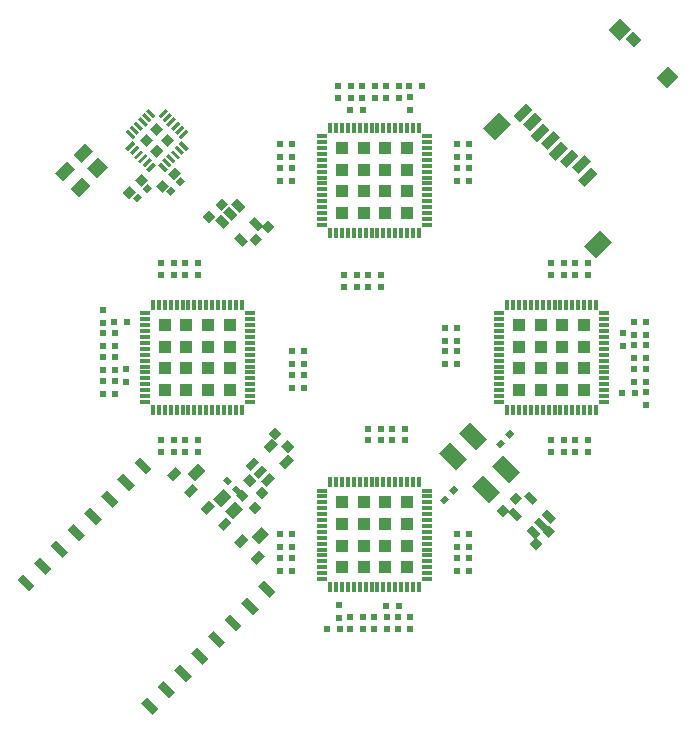
<source format=gbr>
G04 #@! TF.FileFunction,Paste,Top*
%FSLAX46Y46*%
G04 Gerber Fmt 4.6, Leading zero omitted, Abs format (unit mm)*
G04 Created by KiCad (PCBNEW 4.0.6-e0-6349~53~ubuntu14.04.1) date Fri Mar 31 13:46:59 2017*
%MOMM*%
%LPD*%
G01*
G04 APERTURE LIST*
%ADD10C,0.100000*%
%ADD11R,0.850000X0.300000*%
%ADD12R,0.300000X0.850000*%
%ADD13R,1.102500X1.102500*%
%ADD14R,0.500000X0.600000*%
%ADD15R,0.600000X0.500000*%
G04 APERTURE END LIST*
D10*
G36*
X-9250986Y-16817029D02*
X-9958093Y-17524136D01*
X-10453068Y-17029161D01*
X-9745961Y-16322054D01*
X-9250986Y-16817029D01*
X-9250986Y-16817029D01*
G37*
G36*
X-10665200Y-15402816D02*
X-11372307Y-16109923D01*
X-11867282Y-15614948D01*
X-11160175Y-14907841D01*
X-10665200Y-15402816D01*
X-10665200Y-15402816D01*
G37*
G36*
X-12079414Y-13988602D02*
X-12786521Y-14695709D01*
X-13281496Y-14200734D01*
X-12574389Y-13493627D01*
X-12079414Y-13988602D01*
X-12079414Y-13988602D01*
G37*
G36*
X-13493627Y-12574389D02*
X-14200734Y-13281496D01*
X-14695709Y-12786521D01*
X-13988602Y-12079414D01*
X-13493627Y-12574389D01*
X-13493627Y-12574389D01*
G37*
G36*
X-14907841Y-11160175D02*
X-15614948Y-11867282D01*
X-16109923Y-11372307D01*
X-15402816Y-10665200D01*
X-14907841Y-11160175D01*
X-14907841Y-11160175D01*
G37*
G36*
X-16322054Y-9745961D02*
X-17029161Y-10453068D01*
X-17524136Y-9958093D01*
X-16817029Y-9250986D01*
X-16322054Y-9745961D01*
X-16322054Y-9745961D01*
G37*
G36*
X-18867639Y-9392408D02*
X-19362614Y-9887383D01*
X-20352563Y-8897434D01*
X-19857588Y-8402459D01*
X-18867639Y-9392408D01*
X-18867639Y-9392408D01*
G37*
G36*
X-20281853Y-10806621D02*
X-20776828Y-11301596D01*
X-21766777Y-10311647D01*
X-21271802Y-9816672D01*
X-20281853Y-10806621D01*
X-20281853Y-10806621D01*
G37*
G36*
X-21696066Y-12220835D02*
X-22191041Y-12715810D01*
X-23180990Y-11725861D01*
X-22686015Y-11230886D01*
X-21696066Y-12220835D01*
X-21696066Y-12220835D01*
G37*
G36*
X-23110280Y-13635048D02*
X-23605255Y-14130023D01*
X-24595204Y-13140074D01*
X-24100229Y-12645099D01*
X-23110280Y-13635048D01*
X-23110280Y-13635048D01*
G37*
G36*
X-24524493Y-15049262D02*
X-25019468Y-15544237D01*
X-26009417Y-14554288D01*
X-25514442Y-14059313D01*
X-24524493Y-15049262D01*
X-24524493Y-15049262D01*
G37*
G36*
X-25938707Y-16463475D02*
X-26433682Y-16958450D01*
X-27423631Y-15968501D01*
X-26928656Y-15473526D01*
X-25938707Y-16463475D01*
X-25938707Y-16463475D01*
G37*
G36*
X-27352920Y-17877689D02*
X-27847895Y-18372664D01*
X-28837844Y-17382715D01*
X-28342869Y-16887740D01*
X-27352920Y-17877689D01*
X-27352920Y-17877689D01*
G37*
G36*
X-28767134Y-19291903D02*
X-29262109Y-19786878D01*
X-30252058Y-18796929D01*
X-29757083Y-18301954D01*
X-28767134Y-19291903D01*
X-28767134Y-19291903D01*
G37*
G36*
X-8402459Y-19857588D02*
X-8897434Y-20352563D01*
X-9887383Y-19362614D01*
X-9392408Y-18867639D01*
X-8402459Y-19857588D01*
X-8402459Y-19857588D01*
G37*
G36*
X-9816672Y-21271802D02*
X-10311647Y-21766777D01*
X-11301596Y-20776828D01*
X-10806621Y-20281853D01*
X-9816672Y-21271802D01*
X-9816672Y-21271802D01*
G37*
G36*
X-11230886Y-22686015D02*
X-11725861Y-23180990D01*
X-12715810Y-22191041D01*
X-12220835Y-21696066D01*
X-11230886Y-22686015D01*
X-11230886Y-22686015D01*
G37*
G36*
X-12645099Y-24100229D02*
X-13140074Y-24595204D01*
X-14130023Y-23605255D01*
X-13635048Y-23110280D01*
X-12645099Y-24100229D01*
X-12645099Y-24100229D01*
G37*
G36*
X-14059313Y-25514442D02*
X-14554288Y-26009417D01*
X-15544237Y-25019468D01*
X-15049262Y-24524493D01*
X-14059313Y-25514442D01*
X-14059313Y-25514442D01*
G37*
G36*
X-15473526Y-26928656D02*
X-15968501Y-27423631D01*
X-16958450Y-26433682D01*
X-16463475Y-25938707D01*
X-15473526Y-26928656D01*
X-15473526Y-26928656D01*
G37*
G36*
X-16887740Y-28342869D02*
X-17382715Y-28837844D01*
X-18372664Y-27847895D01*
X-17877689Y-27352920D01*
X-16887740Y-28342869D01*
X-16887740Y-28342869D01*
G37*
G36*
X-18301954Y-29757083D02*
X-18796929Y-30252058D01*
X-19786878Y-29262109D01*
X-19291903Y-28767134D01*
X-18301954Y-29757083D01*
X-18301954Y-29757083D01*
G37*
G36*
X-12140642Y13024526D02*
X-11681023Y13484145D01*
X-10931490Y12734612D01*
X-11391109Y12274993D01*
X-12140642Y13024526D01*
X-12140642Y13024526D01*
G37*
G36*
X-12812393Y12352774D02*
X-12352774Y12812393D01*
X-11603241Y12062860D01*
X-12062860Y11603241D01*
X-12812393Y12352774D01*
X-12812393Y12352774D01*
G37*
G36*
X-13484145Y11681023D02*
X-13024526Y12140642D01*
X-12274993Y11391109D01*
X-12734612Y10931490D01*
X-13484145Y11681023D01*
X-13484145Y11681023D01*
G37*
G36*
X-11928510Y10125388D02*
X-11468891Y10585007D01*
X-10719358Y9835474D01*
X-11178977Y9375855D01*
X-11928510Y10125388D01*
X-11928510Y10125388D01*
G37*
G36*
X-10585007Y11468891D02*
X-10125388Y11928510D01*
X-9375855Y11178977D01*
X-9835474Y10719358D01*
X-10585007Y11468891D01*
X-10585007Y11468891D01*
G37*
G36*
X-10484526Y-9600642D02*
X-10944145Y-9141023D01*
X-10194612Y-8391490D01*
X-9734993Y-8851109D01*
X-10484526Y-9600642D01*
X-10484526Y-9600642D01*
G37*
G36*
X-9812774Y-10272393D02*
X-10272393Y-9812774D01*
X-9522860Y-9063241D01*
X-9063241Y-9522860D01*
X-9812774Y-10272393D01*
X-9812774Y-10272393D01*
G37*
G36*
X-9141023Y-10944145D02*
X-9600642Y-10484526D01*
X-8851109Y-9734993D01*
X-8391490Y-10194612D01*
X-9141023Y-10944145D01*
X-9141023Y-10944145D01*
G37*
G36*
X-7585388Y-9388510D02*
X-8045007Y-8928891D01*
X-7295474Y-8179358D01*
X-6835855Y-8638977D01*
X-7585388Y-9388510D01*
X-7585388Y-9388510D01*
G37*
G36*
X-8928891Y-8045007D02*
X-9388510Y-7585388D01*
X-8638977Y-6835855D01*
X-8179358Y-7295474D01*
X-8928891Y-8045007D01*
X-8928891Y-8045007D01*
G37*
G36*
X14045642Y-14929526D02*
X13586023Y-15389145D01*
X12836490Y-14639612D01*
X13296109Y-14179993D01*
X14045642Y-14929526D01*
X14045642Y-14929526D01*
G37*
G36*
X14717393Y-14257774D02*
X14257774Y-14717393D01*
X13508241Y-13967860D01*
X13967860Y-13508241D01*
X14717393Y-14257774D01*
X14717393Y-14257774D01*
G37*
G36*
X15389145Y-13586023D02*
X14929526Y-14045642D01*
X14179993Y-13296109D01*
X14639612Y-12836490D01*
X15389145Y-13586023D01*
X15389145Y-13586023D01*
G37*
G36*
X13833510Y-12030388D02*
X13373891Y-12490007D01*
X12624358Y-11740474D01*
X13083977Y-11280855D01*
X13833510Y-12030388D01*
X13833510Y-12030388D01*
G37*
G36*
X12490007Y-13373891D02*
X12030388Y-13833510D01*
X11280855Y-13083977D01*
X11740474Y-12624358D01*
X12490007Y-13373891D01*
X12490007Y-13373891D01*
G37*
G36*
X17775812Y9431951D02*
X19119315Y10775454D01*
X20109264Y9785505D01*
X18765761Y8442002D01*
X17775812Y9431951D01*
X17775812Y9431951D01*
G37*
G36*
X9184464Y19437512D02*
X10527967Y20781015D01*
X11517916Y19791066D01*
X10174413Y18447563D01*
X9184464Y19437512D01*
X9184464Y19437512D01*
G37*
G36*
X23856930Y23715509D02*
X24846879Y24705458D01*
X25766118Y23786219D01*
X24776169Y22796270D01*
X23856930Y23715509D01*
X23856930Y23715509D01*
G37*
G36*
X19826422Y27746018D02*
X20816371Y28735967D01*
X21735610Y27816728D01*
X20745661Y26826779D01*
X19826422Y27746018D01*
X19826422Y27746018D01*
G37*
G36*
X17231339Y15053451D02*
X18291999Y16114111D01*
X18857685Y15548425D01*
X17797025Y14487765D01*
X17231339Y15053451D01*
X17231339Y15053451D01*
G37*
G36*
X16736365Y16114111D02*
X17797025Y17174771D01*
X18362711Y16609085D01*
X17302051Y15548425D01*
X16736365Y16114111D01*
X16736365Y16114111D01*
G37*
G36*
X15675704Y16609086D02*
X16736364Y17669746D01*
X17302050Y17104060D01*
X16241390Y16043400D01*
X15675704Y16609086D01*
X15675704Y16609086D01*
G37*
G36*
X14756466Y17245482D02*
X15817126Y18306142D01*
X16382812Y17740456D01*
X15322152Y16679796D01*
X14756466Y17245482D01*
X14756466Y17245482D01*
G37*
G36*
X14120069Y18164721D02*
X15180729Y19225381D01*
X15746415Y18659695D01*
X14685755Y17599035D01*
X14120069Y18164721D01*
X14120069Y18164721D01*
G37*
G36*
X13200831Y18801117D02*
X14261491Y19861777D01*
X14827177Y19296091D01*
X13766517Y18235431D01*
X13200831Y18801117D01*
X13200831Y18801117D01*
G37*
G36*
X12564435Y19720356D02*
X13625095Y20781016D01*
X14190781Y20215330D01*
X13130121Y19154670D01*
X12564435Y19720356D01*
X12564435Y19720356D01*
G37*
G36*
X11786617Y20498173D02*
X12847277Y21558833D01*
X13412963Y20993147D01*
X12352303Y19932487D01*
X11786617Y20498173D01*
X11786617Y20498173D01*
G37*
G36*
X21230028Y26971736D02*
X21901779Y27643487D01*
X22608886Y26936380D01*
X21937135Y26264629D01*
X21230028Y26971736D01*
X21230028Y26971736D01*
G37*
D11*
X4450000Y-18750000D03*
X4450000Y-18250000D03*
X4450000Y-17750000D03*
X4450000Y-17250000D03*
X4450000Y-16750000D03*
X4450000Y-16250000D03*
X4450000Y-15750000D03*
X4450000Y-15250000D03*
X4450000Y-14750000D03*
X4450000Y-14250000D03*
X4450000Y-13750000D03*
X4450000Y-13250000D03*
X4450000Y-12750000D03*
X4450000Y-12250000D03*
X4450000Y-11750000D03*
X4450000Y-11250000D03*
D12*
X3750000Y-10550000D03*
X3250000Y-10550000D03*
X2750000Y-10550000D03*
X2250000Y-10550000D03*
X1750000Y-10550000D03*
X1250000Y-10550000D03*
X750000Y-10550000D03*
X250000Y-10550000D03*
X-250000Y-10550000D03*
X-750000Y-10550000D03*
X-1250000Y-10550000D03*
X-1750000Y-10550000D03*
X-2250000Y-10550000D03*
X-2750000Y-10550000D03*
X-3250000Y-10550000D03*
X-3750000Y-10550000D03*
D11*
X-4450000Y-11250000D03*
X-4450000Y-11750000D03*
X-4450000Y-12250000D03*
X-4450000Y-12750000D03*
X-4450000Y-13250000D03*
X-4450000Y-13750000D03*
X-4450000Y-14250000D03*
X-4450000Y-14750000D03*
X-4450000Y-15250000D03*
X-4450000Y-15750000D03*
X-4450000Y-16250000D03*
X-4450000Y-16750000D03*
X-4450000Y-17250000D03*
X-4450000Y-17750000D03*
X-4450000Y-18250000D03*
X-4450000Y-18750000D03*
D12*
X-3750000Y-19450000D03*
X-3250000Y-19450000D03*
X-2750000Y-19450000D03*
X-2250000Y-19450000D03*
X-1750000Y-19450000D03*
X-1250000Y-19450000D03*
X-750000Y-19450000D03*
X-250000Y-19450000D03*
X250000Y-19450000D03*
X750000Y-19450000D03*
X1250000Y-19450000D03*
X1750000Y-19450000D03*
X2250000Y-19450000D03*
X2750000Y-19450000D03*
X3250000Y-19450000D03*
X3750000Y-19450000D03*
D13*
X-2756250Y-12243750D03*
X-2756250Y-14081250D03*
X-2756250Y-15918750D03*
X-2756250Y-17756250D03*
X-918750Y-12243750D03*
X-918750Y-14081250D03*
X-918750Y-15918750D03*
X-918750Y-17756250D03*
X918750Y-12243750D03*
X918750Y-14081250D03*
X918750Y-15918750D03*
X918750Y-17756250D03*
X2756250Y-12243750D03*
X2756250Y-14081250D03*
X2756250Y-15918750D03*
X2756250Y-17756250D03*
D12*
X-18750000Y-4450000D03*
X-18250000Y-4450000D03*
X-17750000Y-4450000D03*
X-17250000Y-4450000D03*
X-16750000Y-4450000D03*
X-16250000Y-4450000D03*
X-15750000Y-4450000D03*
X-15250000Y-4450000D03*
X-14750000Y-4450000D03*
X-14250000Y-4450000D03*
X-13750000Y-4450000D03*
X-13250000Y-4450000D03*
X-12750000Y-4450000D03*
X-12250000Y-4450000D03*
X-11750000Y-4450000D03*
X-11250000Y-4450000D03*
D11*
X-10550000Y-3750000D03*
X-10550000Y-3250000D03*
X-10550000Y-2750000D03*
X-10550000Y-2250000D03*
X-10550000Y-1750000D03*
X-10550000Y-1250000D03*
X-10550000Y-750000D03*
X-10550000Y-250000D03*
X-10550000Y250000D03*
X-10550000Y750000D03*
X-10550000Y1250000D03*
X-10550000Y1750000D03*
X-10550000Y2250000D03*
X-10550000Y2750000D03*
X-10550000Y3250000D03*
X-10550000Y3750000D03*
D12*
X-11250000Y4450000D03*
X-11750000Y4450000D03*
X-12250000Y4450000D03*
X-12750000Y4450000D03*
X-13250000Y4450000D03*
X-13750000Y4450000D03*
X-14250000Y4450000D03*
X-14750000Y4450000D03*
X-15250000Y4450000D03*
X-15750000Y4450000D03*
X-16250000Y4450000D03*
X-16750000Y4450000D03*
X-17250000Y4450000D03*
X-17750000Y4450000D03*
X-18250000Y4450000D03*
X-18750000Y4450000D03*
D11*
X-19450000Y3750000D03*
X-19450000Y3250000D03*
X-19450000Y2750000D03*
X-19450000Y2250000D03*
X-19450000Y1750000D03*
X-19450000Y1250000D03*
X-19450000Y750000D03*
X-19450000Y250000D03*
X-19450000Y-250000D03*
X-19450000Y-750000D03*
X-19450000Y-1250000D03*
X-19450000Y-1750000D03*
X-19450000Y-2250000D03*
X-19450000Y-2750000D03*
X-19450000Y-3250000D03*
X-19450000Y-3750000D03*
D13*
X-12243750Y2756250D03*
X-14081250Y2756250D03*
X-15918750Y2756250D03*
X-17756250Y2756250D03*
X-12243750Y918750D03*
X-14081250Y918750D03*
X-15918750Y918750D03*
X-17756250Y918750D03*
X-12243750Y-918750D03*
X-14081250Y-918750D03*
X-15918750Y-918750D03*
X-17756250Y-918750D03*
X-12243750Y-2756250D03*
X-14081250Y-2756250D03*
X-15918750Y-2756250D03*
X-17756250Y-2756250D03*
D11*
X-4450000Y18750000D03*
X-4450000Y18250000D03*
X-4450000Y17750000D03*
X-4450000Y17250000D03*
X-4450000Y16750000D03*
X-4450000Y16250000D03*
X-4450000Y15750000D03*
X-4450000Y15250000D03*
X-4450000Y14750000D03*
X-4450000Y14250000D03*
X-4450000Y13750000D03*
X-4450000Y13250000D03*
X-4450000Y12750000D03*
X-4450000Y12250000D03*
X-4450000Y11750000D03*
X-4450000Y11250000D03*
D12*
X-3750000Y10550000D03*
X-3250000Y10550000D03*
X-2750000Y10550000D03*
X-2250000Y10550000D03*
X-1750000Y10550000D03*
X-1250000Y10550000D03*
X-750000Y10550000D03*
X-250000Y10550000D03*
X250000Y10550000D03*
X750000Y10550000D03*
X1250000Y10550000D03*
X1750000Y10550000D03*
X2250000Y10550000D03*
X2750000Y10550000D03*
X3250000Y10550000D03*
X3750000Y10550000D03*
D11*
X4450000Y11250000D03*
X4450000Y11750000D03*
X4450000Y12250000D03*
X4450000Y12750000D03*
X4450000Y13250000D03*
X4450000Y13750000D03*
X4450000Y14250000D03*
X4450000Y14750000D03*
X4450000Y15250000D03*
X4450000Y15750000D03*
X4450000Y16250000D03*
X4450000Y16750000D03*
X4450000Y17250000D03*
X4450000Y17750000D03*
X4450000Y18250000D03*
X4450000Y18750000D03*
D12*
X3750000Y19450000D03*
X3250000Y19450000D03*
X2750000Y19450000D03*
X2250000Y19450000D03*
X1750000Y19450000D03*
X1250000Y19450000D03*
X750000Y19450000D03*
X250000Y19450000D03*
X-250000Y19450000D03*
X-750000Y19450000D03*
X-1250000Y19450000D03*
X-1750000Y19450000D03*
X-2250000Y19450000D03*
X-2750000Y19450000D03*
X-3250000Y19450000D03*
X-3750000Y19450000D03*
D13*
X2756250Y12243750D03*
X2756250Y14081250D03*
X2756250Y15918750D03*
X2756250Y17756250D03*
X918750Y12243750D03*
X918750Y14081250D03*
X918750Y15918750D03*
X918750Y17756250D03*
X-918750Y12243750D03*
X-918750Y14081250D03*
X-918750Y15918750D03*
X-918750Y17756250D03*
X-2756250Y12243750D03*
X-2756250Y14081250D03*
X-2756250Y15918750D03*
X-2756250Y17756250D03*
D12*
X18750000Y4450000D03*
X18250000Y4450000D03*
X17750000Y4450000D03*
X17250000Y4450000D03*
X16750000Y4450000D03*
X16250000Y4450000D03*
X15750000Y4450000D03*
X15250000Y4450000D03*
X14750000Y4450000D03*
X14250000Y4450000D03*
X13750000Y4450000D03*
X13250000Y4450000D03*
X12750000Y4450000D03*
X12250000Y4450000D03*
X11750000Y4450000D03*
X11250000Y4450000D03*
D11*
X10550000Y3750000D03*
X10550000Y3250000D03*
X10550000Y2750000D03*
X10550000Y2250000D03*
X10550000Y1750000D03*
X10550000Y1250000D03*
X10550000Y750000D03*
X10550000Y250000D03*
X10550000Y-250000D03*
X10550000Y-750000D03*
X10550000Y-1250000D03*
X10550000Y-1750000D03*
X10550000Y-2250000D03*
X10550000Y-2750000D03*
X10550000Y-3250000D03*
X10550000Y-3750000D03*
D12*
X11250000Y-4450000D03*
X11750000Y-4450000D03*
X12250000Y-4450000D03*
X12750000Y-4450000D03*
X13250000Y-4450000D03*
X13750000Y-4450000D03*
X14250000Y-4450000D03*
X14750000Y-4450000D03*
X15250000Y-4450000D03*
X15750000Y-4450000D03*
X16250000Y-4450000D03*
X16750000Y-4450000D03*
X17250000Y-4450000D03*
X17750000Y-4450000D03*
X18250000Y-4450000D03*
X18750000Y-4450000D03*
D11*
X19450000Y-3750000D03*
X19450000Y-3250000D03*
X19450000Y-2750000D03*
X19450000Y-2250000D03*
X19450000Y-1750000D03*
X19450000Y-1250000D03*
X19450000Y-750000D03*
X19450000Y-250000D03*
X19450000Y250000D03*
X19450000Y750000D03*
X19450000Y1250000D03*
X19450000Y1750000D03*
X19450000Y2250000D03*
X19450000Y2750000D03*
X19450000Y3250000D03*
X19450000Y3750000D03*
D13*
X12243750Y-2756250D03*
X14081250Y-2756250D03*
X15918750Y-2756250D03*
X17756250Y-2756250D03*
X12243750Y-918750D03*
X14081250Y-918750D03*
X15918750Y-918750D03*
X17756250Y-918750D03*
X12243750Y918750D03*
X14081250Y918750D03*
X15918750Y918750D03*
X17756250Y918750D03*
X12243750Y2756250D03*
X14081250Y2756250D03*
X15918750Y2756250D03*
X17756250Y2756250D03*
D14*
X8000000Y-16950000D03*
X8000000Y-18050000D03*
X8000000Y-14950000D03*
X8000000Y-16050000D03*
D15*
X1450000Y-6000000D03*
X2550000Y-6000000D03*
X-550000Y-6000000D03*
X550000Y-6000000D03*
D14*
X7000000Y-16950000D03*
X7000000Y-18050000D03*
X7000000Y-14950000D03*
X7000000Y-16050000D03*
D15*
X1450000Y-7000000D03*
X2550000Y-7000000D03*
X-550000Y-7000000D03*
X550000Y-7000000D03*
D14*
X-7000000Y-18050000D03*
X-7000000Y-16950000D03*
X-7000000Y-16050000D03*
X-7000000Y-14950000D03*
X-3000000Y-20950000D03*
X-3000000Y-22050000D03*
D15*
X3050000Y-22000000D03*
X1950000Y-22000000D03*
X1050000Y-22000000D03*
X-50000Y-22000000D03*
X-950000Y-22000000D03*
X-2050000Y-22000000D03*
X2050000Y-21000000D03*
X950000Y-21000000D03*
D14*
X-8000000Y-18050000D03*
X-8000000Y-16950000D03*
X-8000000Y-16050000D03*
X-8000000Y-14950000D03*
D15*
X3050000Y-23000000D03*
X1950000Y-23000000D03*
X1050000Y-23000000D03*
X-50000Y-23000000D03*
X-950000Y-23000000D03*
X-2050000Y-23000000D03*
X-2950000Y-23000000D03*
X-4050000Y-23000000D03*
X-16950000Y-8000000D03*
X-18050000Y-8000000D03*
X-14950000Y-8000000D03*
X-16050000Y-8000000D03*
D14*
X-6000000Y-1450000D03*
X-6000000Y-2550000D03*
X-6000000Y550000D03*
X-6000000Y-550000D03*
D15*
X-16950000Y-7000000D03*
X-18050000Y-7000000D03*
X-14950000Y-7000000D03*
X-16050000Y-7000000D03*
D14*
X-7000000Y-1450000D03*
X-7000000Y-2550000D03*
X-7000000Y550000D03*
X-7000000Y-550000D03*
D15*
X-18050000Y7000000D03*
X-16950000Y7000000D03*
X-16050000Y7000000D03*
X-14950000Y7000000D03*
X-20950000Y3000000D03*
X-22050000Y3000000D03*
D14*
X-22000000Y-3050000D03*
X-22000000Y-1950000D03*
X-22000000Y-1050000D03*
X-22000000Y50000D03*
X-22000000Y950000D03*
X-22000000Y2050000D03*
X-21000000Y-2050000D03*
X-21000000Y-950000D03*
D15*
X-18050000Y8000000D03*
X-16950000Y8000000D03*
X-16050000Y8000000D03*
X-14950000Y8000000D03*
D14*
X-23000000Y-3050000D03*
X-23000000Y-1950000D03*
X-23000000Y-1050000D03*
X-23000000Y50000D03*
X-23000000Y950000D03*
X-23000000Y2050000D03*
X-23000000Y2950000D03*
X-23000000Y4050000D03*
X-8000000Y16950000D03*
X-8000000Y18050000D03*
X-8000000Y14950000D03*
X-8000000Y16050000D03*
D15*
X-1450000Y6000000D03*
X-2550000Y6000000D03*
X550000Y6000000D03*
X-550000Y6000000D03*
D14*
X-7000000Y16950000D03*
X-7000000Y18050000D03*
X-7000000Y14950000D03*
X-7000000Y16050000D03*
D15*
X-1450000Y7000000D03*
X-2550000Y7000000D03*
X550000Y7000000D03*
X-550000Y7000000D03*
D14*
X7000000Y18050000D03*
X7000000Y16950000D03*
X7000000Y16050000D03*
X7000000Y14950000D03*
X3000000Y20950000D03*
X3000000Y22050000D03*
D15*
X-3050000Y22000000D03*
X-1950000Y22000000D03*
X-1050000Y22000000D03*
X50000Y22000000D03*
X950000Y22000000D03*
X2050000Y22000000D03*
X-2050000Y21000000D03*
X-950000Y21000000D03*
D14*
X8000000Y18050000D03*
X8000000Y16950000D03*
X8000000Y16050000D03*
X8000000Y14950000D03*
D15*
X-3050000Y23000000D03*
X-1950000Y23000000D03*
X-1050000Y23000000D03*
X50000Y23000000D03*
X950000Y23000000D03*
X2050000Y23000000D03*
X2950000Y23000000D03*
X4050000Y23000000D03*
X16950000Y8000000D03*
X18050000Y8000000D03*
X14950000Y8000000D03*
X16050000Y8000000D03*
D14*
X6000000Y1450000D03*
X6000000Y2550000D03*
X6000000Y-550000D03*
X6000000Y550000D03*
D15*
X16950000Y7000000D03*
X18050000Y7000000D03*
X14950000Y7000000D03*
X16050000Y7000000D03*
D14*
X7000000Y1450000D03*
X7000000Y2550000D03*
X7000000Y-550000D03*
X7000000Y550000D03*
D15*
X18050000Y-7000000D03*
X16950000Y-7000000D03*
X16050000Y-7000000D03*
X14950000Y-7000000D03*
X20950000Y-3000000D03*
X22050000Y-3000000D03*
D14*
X22000000Y3050000D03*
X22000000Y1950000D03*
X22000000Y1050000D03*
X22000000Y-50000D03*
X22000000Y-950000D03*
X22000000Y-2050000D03*
X21000000Y2050000D03*
X21000000Y950000D03*
D15*
X18050000Y-8000000D03*
X16950000Y-8000000D03*
X16050000Y-8000000D03*
X14950000Y-8000000D03*
D14*
X23000000Y3050000D03*
X23000000Y1950000D03*
X23000000Y1050000D03*
X23000000Y-50000D03*
X23000000Y-950000D03*
X23000000Y-2050000D03*
X23000000Y-2950000D03*
X23000000Y-4050000D03*
D10*
G36*
X11474264Y-6072182D02*
X11827818Y-6425736D01*
X11403554Y-6850000D01*
X11050000Y-6496446D01*
X11474264Y-6072182D01*
X11474264Y-6072182D01*
G37*
G36*
X10696446Y-6850000D02*
X11050000Y-7203554D01*
X10625736Y-7627818D01*
X10272182Y-7274264D01*
X10696446Y-6850000D01*
X10696446Y-6850000D01*
G37*
G36*
X5875736Y-12377818D02*
X5522182Y-12024264D01*
X5946446Y-11600000D01*
X6300000Y-11953554D01*
X5875736Y-12377818D01*
X5875736Y-12377818D01*
G37*
G36*
X6653554Y-11600000D02*
X6300000Y-11246446D01*
X6724264Y-10822182D01*
X7077818Y-11175736D01*
X6653554Y-11600000D01*
X6653554Y-11600000D01*
G37*
G36*
X-10462660Y-15165011D02*
X-9599989Y-14302340D01*
X-8956522Y-14945807D01*
X-9819193Y-15808478D01*
X-10462660Y-15165011D01*
X-10462660Y-15165011D01*
G37*
G36*
X-12633478Y-12994193D02*
X-11770807Y-12131522D01*
X-11127340Y-12774989D01*
X-11990011Y-13637660D01*
X-12633478Y-12994193D01*
X-12633478Y-12994193D01*
G37*
G36*
X-14302340Y-9599989D02*
X-15165011Y-10462660D01*
X-15808478Y-9819193D01*
X-14945807Y-8956522D01*
X-14302340Y-9599989D01*
X-14302340Y-9599989D01*
G37*
G36*
X-12131522Y-11770807D02*
X-12994193Y-12633478D01*
X-13637660Y-11990011D01*
X-12774989Y-11127340D01*
X-12131522Y-11770807D01*
X-12131522Y-11770807D01*
G37*
G36*
X-20872196Y17513439D02*
X-21084328Y17725571D01*
X-20483288Y18326611D01*
X-20271156Y18114479D01*
X-20872196Y17513439D01*
X-20872196Y17513439D01*
G37*
G36*
X-20518642Y17159886D02*
X-20730774Y17372018D01*
X-20129734Y17973058D01*
X-19917602Y17760926D01*
X-20518642Y17159886D01*
X-20518642Y17159886D01*
G37*
G36*
X-20165089Y16806332D02*
X-20377221Y17018464D01*
X-19776181Y17619504D01*
X-19564049Y17407372D01*
X-20165089Y16806332D01*
X-20165089Y16806332D01*
G37*
G36*
X-19811536Y16452779D02*
X-20023668Y16664911D01*
X-19422628Y17265951D01*
X-19210496Y17053819D01*
X-19811536Y16452779D01*
X-19811536Y16452779D01*
G37*
G36*
X-19457982Y16099226D02*
X-19670114Y16311358D01*
X-19069074Y16912398D01*
X-18856942Y16700266D01*
X-19457982Y16099226D01*
X-19457982Y16099226D01*
G37*
G36*
X-19104429Y15745672D02*
X-19316561Y15957804D01*
X-18715521Y16558844D01*
X-18503389Y16346712D01*
X-19104429Y15745672D01*
X-19104429Y15745672D01*
G37*
G36*
X-17513439Y15957804D02*
X-17725571Y15745672D01*
X-18326611Y16346712D01*
X-18114479Y16558844D01*
X-17513439Y15957804D01*
X-17513439Y15957804D01*
G37*
G36*
X-17159886Y16311358D02*
X-17372018Y16099226D01*
X-17973058Y16700266D01*
X-17760926Y16912398D01*
X-17159886Y16311358D01*
X-17159886Y16311358D01*
G37*
G36*
X-16806332Y16664911D02*
X-17018464Y16452779D01*
X-17619504Y17053819D01*
X-17407372Y17265951D01*
X-16806332Y16664911D01*
X-16806332Y16664911D01*
G37*
G36*
X-16452779Y17018464D02*
X-16664911Y16806332D01*
X-17265951Y17407372D01*
X-17053819Y17619504D01*
X-16452779Y17018464D01*
X-16452779Y17018464D01*
G37*
G36*
X-16099226Y17372018D02*
X-16311358Y17159886D01*
X-16912398Y17760926D01*
X-16700266Y17973058D01*
X-16099226Y17372018D01*
X-16099226Y17372018D01*
G37*
G36*
X-15745672Y17725571D02*
X-15957804Y17513439D01*
X-16558844Y18114479D01*
X-16346712Y18326611D01*
X-15745672Y17725571D01*
X-15745672Y17725571D01*
G37*
G36*
X-16346712Y18503389D02*
X-16558844Y18715521D01*
X-15957804Y19316561D01*
X-15745672Y19104429D01*
X-16346712Y18503389D01*
X-16346712Y18503389D01*
G37*
G36*
X-16700266Y18856942D02*
X-16912398Y19069074D01*
X-16311358Y19670114D01*
X-16099226Y19457982D01*
X-16700266Y18856942D01*
X-16700266Y18856942D01*
G37*
G36*
X-17053819Y19210496D02*
X-17265951Y19422628D01*
X-16664911Y20023668D01*
X-16452779Y19811536D01*
X-17053819Y19210496D01*
X-17053819Y19210496D01*
G37*
G36*
X-17407372Y19564049D02*
X-17619504Y19776181D01*
X-17018464Y20377221D01*
X-16806332Y20165089D01*
X-17407372Y19564049D01*
X-17407372Y19564049D01*
G37*
G36*
X-17760926Y19917602D02*
X-17973058Y20129734D01*
X-17372018Y20730774D01*
X-17159886Y20518642D01*
X-17760926Y19917602D01*
X-17760926Y19917602D01*
G37*
G36*
X-18114479Y20271156D02*
X-18326611Y20483288D01*
X-17725571Y21084328D01*
X-17513439Y20872196D01*
X-18114479Y20271156D01*
X-18114479Y20271156D01*
G37*
G36*
X-18503389Y20483288D02*
X-18715521Y20271156D01*
X-19316561Y20872196D01*
X-19104429Y21084328D01*
X-18503389Y20483288D01*
X-18503389Y20483288D01*
G37*
G36*
X-18856942Y20129734D02*
X-19069074Y19917602D01*
X-19670114Y20518642D01*
X-19457982Y20730774D01*
X-18856942Y20129734D01*
X-18856942Y20129734D01*
G37*
G36*
X-19210496Y19776181D02*
X-19422628Y19564049D01*
X-20023668Y20165089D01*
X-19811536Y20377221D01*
X-19210496Y19776181D01*
X-19210496Y19776181D01*
G37*
G36*
X-19564049Y19422628D02*
X-19776181Y19210496D01*
X-20377221Y19811536D01*
X-20165089Y20023668D01*
X-19564049Y19422628D01*
X-19564049Y19422628D01*
G37*
G36*
X-19917602Y19069074D02*
X-20129734Y18856942D01*
X-20730774Y19457982D01*
X-20518642Y19670114D01*
X-19917602Y19069074D01*
X-19917602Y19069074D01*
G37*
G36*
X-20271156Y18715521D02*
X-20483288Y18503389D01*
X-21084328Y19104429D01*
X-20872196Y19316561D01*
X-20271156Y18715521D01*
X-20271156Y18715521D01*
G37*
G36*
X-17495761Y17863457D02*
X-18047304Y18415000D01*
X-17495761Y18966543D01*
X-16944218Y18415000D01*
X-17495761Y17863457D01*
X-17495761Y17863457D01*
G37*
G36*
X-18415000Y18782696D02*
X-18966543Y19334239D01*
X-18415000Y19885782D01*
X-17863457Y19334239D01*
X-18415000Y18782696D01*
X-18415000Y18782696D01*
G37*
G36*
X-18415000Y16944218D02*
X-18966543Y17495761D01*
X-18415000Y18047304D01*
X-17863457Y17495761D01*
X-18415000Y16944218D01*
X-18415000Y16944218D01*
G37*
G36*
X-19334239Y17863457D02*
X-19885782Y18415000D01*
X-19334239Y18966543D01*
X-18782696Y18415000D01*
X-19334239Y17863457D01*
X-19334239Y17863457D01*
G37*
G36*
X-22524426Y16179431D02*
X-23514050Y15189807D01*
X-24361786Y16037543D01*
X-23372162Y17027167D01*
X-22524426Y16179431D01*
X-22524426Y16179431D01*
G37*
G36*
X-23810399Y17465403D02*
X-24800023Y16475779D01*
X-25507667Y17183423D01*
X-24518043Y18173047D01*
X-23810399Y17465403D01*
X-23810399Y17465403D01*
G37*
G36*
X-25365779Y15910023D02*
X-26355403Y14920399D01*
X-27063047Y15628043D01*
X-26073423Y16617667D01*
X-25365779Y15910023D01*
X-25365779Y15910023D01*
G37*
G36*
X-24022333Y14566577D02*
X-25011957Y13576953D01*
X-25719601Y14284597D01*
X-24729977Y15274221D01*
X-24022333Y14566577D01*
X-24022333Y14566577D01*
G37*
G36*
X-11287182Y-11219264D02*
X-11640736Y-11572818D01*
X-12065000Y-11148554D01*
X-11711446Y-10795000D01*
X-11287182Y-11219264D01*
X-11287182Y-11219264D01*
G37*
G36*
X-12065000Y-10441446D02*
X-12418554Y-10795000D01*
X-12842818Y-10370736D01*
X-12489264Y-10017182D01*
X-12065000Y-10441446D01*
X-12065000Y-10441446D01*
G37*
G36*
X5460532Y-8076828D02*
X6379771Y-7157589D01*
X7793984Y-8571802D01*
X6874745Y-9491041D01*
X5460532Y-8076828D01*
X5460532Y-8076828D01*
G37*
G36*
X8288959Y-10905255D02*
X9208198Y-9986016D01*
X10622411Y-11400229D01*
X9703172Y-12319468D01*
X8288959Y-10905255D01*
X8288959Y-10905255D01*
G37*
G36*
X9986016Y-9208198D02*
X10905255Y-8288959D01*
X12319468Y-9703172D01*
X11400229Y-10622411D01*
X9986016Y-9208198D01*
X9986016Y-9208198D01*
G37*
G36*
X7157589Y-6379771D02*
X8076828Y-5460532D01*
X9491041Y-6874745D01*
X8571802Y-7793984D01*
X7157589Y-6379771D01*
X7157589Y-6379771D01*
G37*
G36*
X-19701992Y15578338D02*
X-19171662Y15048008D01*
X-19737348Y14482322D01*
X-20267678Y15012652D01*
X-19701992Y15578338D01*
X-19701992Y15578338D01*
G37*
G36*
X-20762652Y14517678D02*
X-20232322Y13987348D01*
X-20798008Y13421662D01*
X-21328338Y13951992D01*
X-20762652Y14517678D01*
X-20762652Y14517678D01*
G37*
G36*
X-17998008Y13971662D02*
X-18528338Y14501992D01*
X-17962652Y15067678D01*
X-17432322Y14537348D01*
X-17998008Y13971662D01*
X-17998008Y13971662D01*
G37*
G36*
X-16937348Y15032322D02*
X-17467678Y15562652D01*
X-16901992Y16128338D01*
X-16371662Y15598008D01*
X-16937348Y15032322D01*
X-16937348Y15032322D01*
G37*
G36*
X-14010008Y11367662D02*
X-14540338Y11897992D01*
X-13974652Y12463678D01*
X-13444322Y11933348D01*
X-14010008Y11367662D01*
X-14010008Y11367662D01*
G37*
G36*
X-12949348Y12428322D02*
X-13479678Y12958652D01*
X-12913992Y13524338D01*
X-12383662Y12994008D01*
X-12949348Y12428322D01*
X-12949348Y12428322D01*
G37*
G36*
X13675992Y-16318338D02*
X13145662Y-15788008D01*
X13711348Y-15222322D01*
X14241678Y-15752652D01*
X13675992Y-16318338D01*
X13675992Y-16318338D01*
G37*
G36*
X14736652Y-15257678D02*
X14206322Y-14727348D01*
X14772008Y-14161662D01*
X15302338Y-14691992D01*
X14736652Y-15257678D01*
X14736652Y-15257678D01*
G37*
G36*
X-8976992Y11619338D02*
X-8446662Y11089008D01*
X-9012348Y10523322D01*
X-9542678Y11053652D01*
X-8976992Y11619338D01*
X-8976992Y11619338D01*
G37*
G36*
X-10037652Y10558678D02*
X-9507322Y10028348D01*
X-10073008Y9462662D01*
X-10603338Y9992992D01*
X-10037652Y10558678D01*
X-10037652Y10558678D01*
G37*
G36*
X10881992Y-13524338D02*
X10351662Y-12994008D01*
X10917348Y-12428322D01*
X11447678Y-12958652D01*
X10881992Y-13524338D01*
X10881992Y-13524338D01*
G37*
G36*
X11942652Y-12463678D02*
X11412322Y-11933348D01*
X11978008Y-11367662D01*
X12508338Y-11897992D01*
X11942652Y-12463678D01*
X11942652Y-12463678D01*
G37*
G36*
X-8954662Y-11470008D02*
X-9484992Y-12000338D01*
X-10050678Y-11434652D01*
X-9520348Y-10904322D01*
X-8954662Y-11470008D01*
X-8954662Y-11470008D01*
G37*
G36*
X-10015322Y-10409348D02*
X-10545652Y-10939678D01*
X-11111338Y-10373992D01*
X-10581008Y-9843662D01*
X-10015322Y-10409348D01*
X-10015322Y-10409348D01*
G37*
G36*
X-8952338Y-6436992D02*
X-8422008Y-5906662D01*
X-7856322Y-6472348D01*
X-8386652Y-7002678D01*
X-8952338Y-6436992D01*
X-8952338Y-6436992D01*
G37*
G36*
X-7891678Y-7497652D02*
X-7361348Y-6967322D01*
X-6795662Y-7533008D01*
X-7325992Y-8063338D01*
X-7891678Y-7497652D01*
X-7891678Y-7497652D01*
G37*
G36*
X-19225736Y14727818D02*
X-18872182Y14374264D01*
X-19296446Y13950000D01*
X-19650000Y14303554D01*
X-19225736Y14727818D01*
X-19225736Y14727818D01*
G37*
G36*
X-20003554Y13950000D02*
X-19650000Y13596446D01*
X-20074264Y13172182D01*
X-20427818Y13525736D01*
X-20003554Y13950000D01*
X-20003554Y13950000D01*
G37*
G36*
X-17274264Y13722182D02*
X-17627818Y14075736D01*
X-17203554Y14500000D01*
X-16850000Y14146446D01*
X-17274264Y13722182D01*
X-17274264Y13722182D01*
G37*
G36*
X-16496446Y14500000D02*
X-16850000Y14853554D01*
X-16425736Y15277818D01*
X-16072182Y14924264D01*
X-16496446Y14500000D01*
X-16496446Y14500000D01*
G37*
G36*
X-11746338Y-11643992D02*
X-11216008Y-11113662D01*
X-10650322Y-11679348D01*
X-11180652Y-12209678D01*
X-11746338Y-11643992D01*
X-11746338Y-11643992D01*
G37*
G36*
X-10685678Y-12704652D02*
X-10155348Y-12174322D01*
X-9589662Y-12740008D01*
X-10119992Y-13270338D01*
X-10685678Y-12704652D01*
X-10685678Y-12704652D01*
G37*
M02*

</source>
